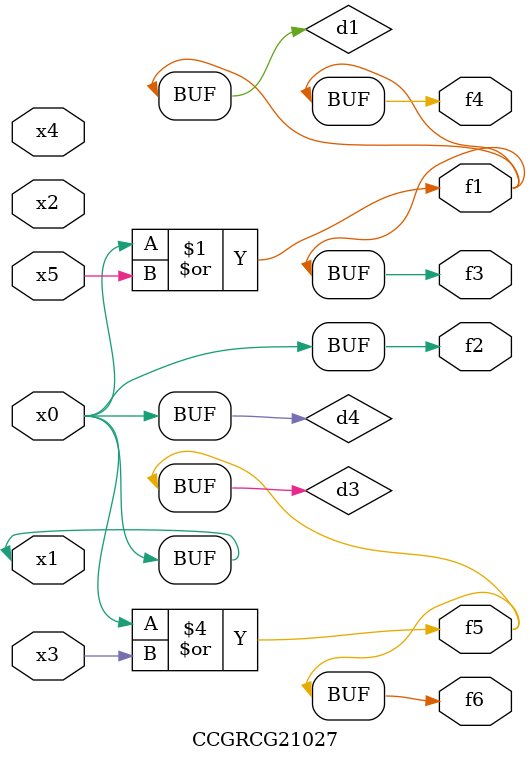
<source format=v>
module CCGRCG21027(
	input x0, x1, x2, x3, x4, x5,
	output f1, f2, f3, f4, f5, f6
);

	wire d1, d2, d3, d4;

	or (d1, x0, x5);
	xnor (d2, x1, x4);
	or (d3, x0, x3);
	buf (d4, x0, x1);
	assign f1 = d1;
	assign f2 = d4;
	assign f3 = d1;
	assign f4 = d1;
	assign f5 = d3;
	assign f6 = d3;
endmodule

</source>
